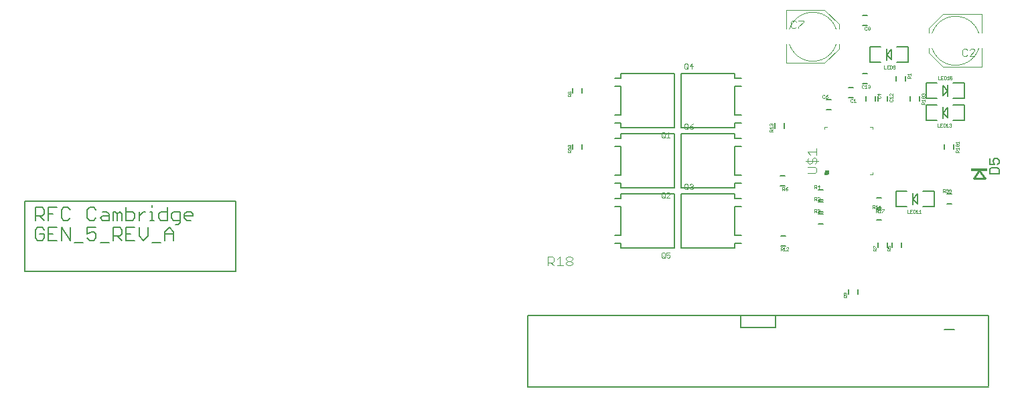
<source format=gto>
G75*
%MOIN*%
%OFA0B0*%
%FSLAX25Y25*%
%IPPOS*%
%LPD*%
%AMOC8*
5,1,8,0,0,1.08239X$1,22.5*
%
%ADD10C,0.00600*%
%ADD11C,0.00100*%
%ADD12C,0.00400*%
%ADD13C,0.00300*%
%ADD14C,0.01000*%
%ADD15C,0.00500*%
%ADD16R,0.08268X0.01181*%
%ADD17C,0.00800*%
%ADD18R,0.01969X0.01969*%
D10*
X0172970Y0078025D02*
X0177240Y0078025D01*
X0179415Y0080160D02*
X0180483Y0079093D01*
X0182618Y0079093D01*
X0183686Y0080160D01*
X0183686Y0082295D01*
X0182618Y0083363D01*
X0181550Y0083363D01*
X0179415Y0082295D01*
X0179415Y0085498D01*
X0183686Y0085498D01*
X0182618Y0089093D02*
X0183686Y0090160D01*
X0182618Y0089093D02*
X0180483Y0089093D01*
X0179415Y0090160D01*
X0179415Y0094430D01*
X0180483Y0095498D01*
X0182618Y0095498D01*
X0183686Y0094430D01*
X0186928Y0093363D02*
X0189064Y0093363D01*
X0190131Y0092295D01*
X0190131Y0089093D01*
X0186928Y0089093D01*
X0185861Y0090160D01*
X0186928Y0091228D01*
X0190131Y0091228D01*
X0192306Y0089093D02*
X0192306Y0093363D01*
X0193374Y0093363D01*
X0194441Y0092295D01*
X0195509Y0093363D01*
X0196577Y0092295D01*
X0196577Y0089093D01*
X0194441Y0089093D02*
X0194441Y0092295D01*
X0198752Y0093363D02*
X0201955Y0093363D01*
X0203022Y0092295D01*
X0203022Y0090160D01*
X0201955Y0089093D01*
X0198752Y0089093D01*
X0198752Y0095498D01*
X0205197Y0093363D02*
X0205197Y0089093D01*
X0205197Y0091228D02*
X0207332Y0093363D01*
X0208400Y0093363D01*
X0210569Y0093363D02*
X0211636Y0093363D01*
X0211636Y0089093D01*
X0210569Y0089093D02*
X0212704Y0089093D01*
X0214866Y0090160D02*
X0214866Y0092295D01*
X0215933Y0093363D01*
X0219136Y0093363D01*
X0219136Y0095498D02*
X0219136Y0089093D01*
X0215933Y0089093D01*
X0214866Y0090160D01*
X0221311Y0090160D02*
X0221311Y0092295D01*
X0222379Y0093363D01*
X0225581Y0093363D01*
X0225581Y0088025D01*
X0224514Y0086957D01*
X0223446Y0086957D01*
X0222379Y0089093D02*
X0225581Y0089093D01*
X0227757Y0090160D02*
X0227757Y0092295D01*
X0228824Y0093363D01*
X0230959Y0093363D01*
X0232027Y0092295D01*
X0232027Y0091228D01*
X0227757Y0091228D01*
X0227757Y0090160D02*
X0228824Y0089093D01*
X0230959Y0089093D01*
X0222379Y0089093D02*
X0221311Y0090160D01*
X0220223Y0085498D02*
X0222359Y0083363D01*
X0222359Y0079093D01*
X0222359Y0082295D02*
X0218088Y0082295D01*
X0218088Y0083363D02*
X0218088Y0079093D01*
X0215913Y0078025D02*
X0211643Y0078025D01*
X0209468Y0081228D02*
X0207332Y0079093D01*
X0205197Y0081228D01*
X0205197Y0085498D01*
X0203022Y0085498D02*
X0198752Y0085498D01*
X0198752Y0079093D01*
X0203022Y0079093D01*
X0200887Y0082295D02*
X0198752Y0082295D01*
X0196577Y0082295D02*
X0196577Y0084430D01*
X0195509Y0085498D01*
X0192306Y0085498D01*
X0192306Y0079093D01*
X0192306Y0081228D02*
X0195509Y0081228D01*
X0196577Y0082295D01*
X0194441Y0081228D02*
X0196577Y0079093D01*
X0190131Y0078025D02*
X0185861Y0078025D01*
X0170795Y0079093D02*
X0170795Y0085498D01*
X0166524Y0085498D02*
X0170795Y0079093D01*
X0166524Y0079093D02*
X0166524Y0085498D01*
X0164349Y0085498D02*
X0160079Y0085498D01*
X0160079Y0079093D01*
X0164349Y0079093D01*
X0162214Y0082295D02*
X0160079Y0082295D01*
X0157904Y0082295D02*
X0157904Y0080160D01*
X0156836Y0079093D01*
X0154701Y0079093D01*
X0153633Y0080160D01*
X0153633Y0084430D01*
X0154701Y0085498D01*
X0156836Y0085498D01*
X0157904Y0084430D01*
X0157904Y0082295D02*
X0155768Y0082295D01*
X0153633Y0089093D02*
X0153633Y0095498D01*
X0156836Y0095498D01*
X0157904Y0094430D01*
X0157904Y0092295D01*
X0156836Y0091228D01*
X0153633Y0091228D01*
X0155768Y0091228D02*
X0157904Y0089093D01*
X0160079Y0089093D02*
X0160079Y0095498D01*
X0164349Y0095498D01*
X0166524Y0094430D02*
X0166524Y0090160D01*
X0167592Y0089093D01*
X0169727Y0089093D01*
X0170795Y0090160D01*
X0162214Y0092295D02*
X0160079Y0092295D01*
X0166524Y0094430D02*
X0167592Y0095498D01*
X0169727Y0095498D01*
X0170795Y0094430D01*
X0209468Y0085498D02*
X0209468Y0081228D01*
X0218088Y0083363D02*
X0220223Y0085498D01*
X0211636Y0095498D02*
X0211636Y0096566D01*
X0420971Y0124611D02*
X0420971Y0126974D01*
X0425696Y0126974D02*
X0425696Y0124611D01*
X0425696Y0152611D02*
X0425696Y0154974D01*
X0420971Y0154974D02*
X0420971Y0152611D01*
X0521471Y0137474D02*
X0521471Y0135111D01*
X0526196Y0135111D02*
X0526196Y0137474D01*
X0547152Y0144430D02*
X0549514Y0144430D01*
X0549514Y0149155D02*
X0547152Y0149155D01*
X0558152Y0150430D02*
X0560514Y0150430D01*
X0566971Y0150974D02*
X0566971Y0148611D01*
X0571696Y0148611D02*
X0571696Y0150974D01*
X0572971Y0150974D02*
X0572971Y0148611D01*
X0577696Y0148611D02*
X0577696Y0150974D01*
X0588971Y0150974D02*
X0588971Y0148611D01*
X0593696Y0148611D02*
X0593696Y0150974D01*
X0586696Y0158611D02*
X0586696Y0160974D01*
X0581971Y0160974D02*
X0581971Y0158611D01*
X0567514Y0157430D02*
X0565152Y0157430D01*
X0560514Y0155155D02*
X0558152Y0155155D01*
X0565152Y0162155D02*
X0567514Y0162155D01*
X0567514Y0186430D02*
X0565152Y0186430D01*
X0565152Y0191155D02*
X0567514Y0191155D01*
X0605971Y0126974D02*
X0605971Y0124611D01*
X0610696Y0124611D02*
X0610696Y0126974D01*
X0545514Y0104155D02*
X0543152Y0104155D01*
X0543152Y0099430D02*
X0545514Y0099430D01*
X0545514Y0098155D02*
X0543152Y0098155D01*
X0543152Y0093430D02*
X0545514Y0093430D01*
X0545514Y0092155D02*
X0543152Y0092155D01*
X0543152Y0087430D02*
X0545514Y0087430D01*
X0527014Y0081155D02*
X0524652Y0081155D01*
X0524652Y0076430D02*
X0527014Y0076430D01*
X0572152Y0089430D02*
X0574514Y0089430D01*
X0574514Y0094155D02*
X0572152Y0094155D01*
X0572152Y0095430D02*
X0574514Y0095430D01*
X0574514Y0100155D02*
X0572152Y0100155D01*
X0607152Y0102155D02*
X0609514Y0102155D01*
X0609514Y0097430D02*
X0607152Y0097430D01*
X0584696Y0077974D02*
X0584696Y0075611D01*
X0579971Y0075611D02*
X0579971Y0077974D01*
X0577696Y0077974D02*
X0577696Y0075611D01*
X0572971Y0075611D02*
X0572971Y0077974D01*
X0562986Y0054695D02*
X0562986Y0052332D01*
X0558261Y0052332D02*
X0558261Y0054695D01*
X0526514Y0106430D02*
X0524152Y0106430D01*
X0524152Y0111155D02*
X0526514Y0111155D01*
D11*
X0526187Y0105494D02*
X0526438Y0105244D01*
X0526438Y0104743D01*
X0526187Y0104493D01*
X0525437Y0104493D01*
X0525937Y0104493D02*
X0526438Y0103993D01*
X0526910Y0104243D02*
X0527160Y0103993D01*
X0527661Y0103993D01*
X0527911Y0104243D01*
X0527911Y0104493D01*
X0527661Y0104743D01*
X0526910Y0104743D01*
X0526910Y0104243D01*
X0526910Y0104743D02*
X0527410Y0105244D01*
X0527911Y0105494D01*
X0526187Y0105494D02*
X0525437Y0105494D01*
X0525437Y0103993D01*
X0541383Y0105093D02*
X0541383Y0106594D01*
X0542134Y0106594D01*
X0542384Y0106344D01*
X0542384Y0105843D01*
X0542134Y0105593D01*
X0541383Y0105593D01*
X0541884Y0105593D02*
X0542384Y0105093D01*
X0542857Y0105843D02*
X0543857Y0105843D01*
X0543607Y0105093D02*
X0543607Y0106594D01*
X0542857Y0105843D01*
X0543107Y0100594D02*
X0542857Y0100344D01*
X0543107Y0100594D02*
X0543607Y0100594D01*
X0543857Y0100344D01*
X0543857Y0100093D01*
X0542857Y0099093D01*
X0543857Y0099093D01*
X0542384Y0099093D02*
X0541884Y0099593D01*
X0542134Y0099593D02*
X0541383Y0099593D01*
X0541383Y0099093D02*
X0541383Y0100594D01*
X0542134Y0100594D01*
X0542384Y0100344D01*
X0542384Y0099843D01*
X0542134Y0099593D01*
X0542134Y0094594D02*
X0542384Y0094344D01*
X0542384Y0093843D01*
X0542134Y0093593D01*
X0541383Y0093593D01*
X0541383Y0093093D02*
X0541383Y0094594D01*
X0542134Y0094594D01*
X0542857Y0094344D02*
X0543107Y0094594D01*
X0543607Y0094594D01*
X0543857Y0094344D01*
X0543857Y0094093D01*
X0543607Y0093843D01*
X0543857Y0093593D01*
X0543857Y0093343D01*
X0543607Y0093093D01*
X0543107Y0093093D01*
X0542857Y0093343D01*
X0542384Y0093093D02*
X0541884Y0093593D01*
X0543357Y0093843D02*
X0543607Y0093843D01*
X0570383Y0095093D02*
X0570383Y0096594D01*
X0571134Y0096594D01*
X0571384Y0096344D01*
X0571384Y0095843D01*
X0571134Y0095593D01*
X0570383Y0095593D01*
X0570884Y0095593D02*
X0571384Y0095093D01*
X0571857Y0095093D02*
X0572857Y0095093D01*
X0572357Y0095093D02*
X0572357Y0096594D01*
X0571857Y0096093D01*
X0573330Y0095843D02*
X0574080Y0095843D01*
X0574331Y0095593D01*
X0574331Y0095343D01*
X0574080Y0095093D01*
X0573580Y0095093D01*
X0573330Y0095343D01*
X0573330Y0095843D01*
X0573830Y0096344D01*
X0574331Y0096594D01*
X0573937Y0094494D02*
X0573937Y0092993D01*
X0573437Y0092993D02*
X0574438Y0092993D01*
X0574910Y0092993D02*
X0574910Y0093243D01*
X0575911Y0094244D01*
X0575911Y0094494D01*
X0574910Y0094494D01*
X0573937Y0094494D02*
X0573437Y0093993D01*
X0572964Y0093743D02*
X0572714Y0093493D01*
X0571964Y0093493D01*
X0572464Y0093493D02*
X0572964Y0092993D01*
X0572964Y0093743D02*
X0572964Y0094244D01*
X0572714Y0094494D01*
X0571964Y0094494D01*
X0571964Y0092993D01*
X0587517Y0092743D02*
X0588518Y0092743D01*
X0588990Y0092743D02*
X0589991Y0092743D01*
X0590464Y0092743D02*
X0591214Y0092743D01*
X0591464Y0092993D01*
X0591464Y0093994D01*
X0591214Y0094244D01*
X0590464Y0094244D01*
X0590464Y0092743D01*
X0589491Y0093493D02*
X0588990Y0093493D01*
X0588990Y0092743D02*
X0588990Y0094244D01*
X0589991Y0094244D01*
X0591937Y0093743D02*
X0592437Y0094244D01*
X0592437Y0092743D01*
X0591937Y0092743D02*
X0592938Y0092743D01*
X0593410Y0092743D02*
X0594411Y0092743D01*
X0593910Y0092743D02*
X0593910Y0094244D01*
X0593410Y0093743D01*
X0587517Y0094244D02*
X0587517Y0092743D01*
X0605383Y0103093D02*
X0605383Y0104594D01*
X0606134Y0104594D01*
X0606384Y0104344D01*
X0606384Y0103843D01*
X0606134Y0103593D01*
X0605383Y0103593D01*
X0605884Y0103593D02*
X0606384Y0103093D01*
X0606857Y0103343D02*
X0607107Y0103093D01*
X0607607Y0103093D01*
X0607857Y0103343D01*
X0607857Y0104344D01*
X0607607Y0104594D01*
X0607107Y0104594D01*
X0606857Y0104344D01*
X0606857Y0104093D01*
X0607107Y0103843D01*
X0607857Y0103843D01*
X0608330Y0104093D02*
X0608580Y0103843D01*
X0609331Y0103843D01*
X0609331Y0103343D02*
X0609331Y0104344D01*
X0609080Y0104594D01*
X0608580Y0104594D01*
X0608330Y0104344D01*
X0608330Y0104093D01*
X0608330Y0103343D02*
X0608580Y0103093D01*
X0609080Y0103093D01*
X0609331Y0103343D01*
X0611632Y0122949D02*
X0611632Y0123700D01*
X0611882Y0123950D01*
X0612383Y0123950D01*
X0612633Y0123700D01*
X0612633Y0122949D01*
X0613133Y0122949D02*
X0611632Y0122949D01*
X0612633Y0123450D02*
X0613133Y0123950D01*
X0613133Y0124423D02*
X0613133Y0125424D01*
X0613133Y0124923D02*
X0611632Y0124923D01*
X0612132Y0124423D01*
X0611882Y0125896D02*
X0611632Y0126146D01*
X0611632Y0126647D01*
X0611882Y0126897D01*
X0612883Y0125896D01*
X0613133Y0126146D01*
X0613133Y0126647D01*
X0612883Y0126897D01*
X0611882Y0126897D01*
X0612132Y0127369D02*
X0611632Y0127870D01*
X0613133Y0127870D01*
X0613133Y0128370D02*
X0613133Y0127369D01*
X0612883Y0125896D02*
X0611882Y0125896D01*
X0609161Y0135743D02*
X0608660Y0135743D01*
X0608410Y0135993D01*
X0607938Y0135743D02*
X0606937Y0135743D01*
X0607437Y0135743D02*
X0607437Y0137244D01*
X0606937Y0136743D01*
X0606464Y0136994D02*
X0606464Y0135993D01*
X0606214Y0135743D01*
X0605464Y0135743D01*
X0605464Y0137244D01*
X0606214Y0137244D01*
X0606464Y0136994D01*
X0604991Y0137244D02*
X0603990Y0137244D01*
X0603990Y0135743D01*
X0604991Y0135743D01*
X0604491Y0136493D02*
X0603990Y0136493D01*
X0603518Y0135743D02*
X0602517Y0135743D01*
X0602517Y0137244D01*
X0608410Y0136994D02*
X0608660Y0137244D01*
X0609161Y0137244D01*
X0609411Y0136994D01*
X0609411Y0136743D01*
X0609161Y0136493D01*
X0609411Y0136243D01*
X0609411Y0135993D01*
X0609161Y0135743D01*
X0609161Y0136493D02*
X0608910Y0136493D01*
X0596133Y0146949D02*
X0594632Y0146949D01*
X0594632Y0147700D01*
X0594882Y0147950D01*
X0595383Y0147950D01*
X0595633Y0147700D01*
X0595633Y0146949D01*
X0595633Y0147450D02*
X0596133Y0147950D01*
X0596133Y0148423D02*
X0596133Y0149424D01*
X0596133Y0148923D02*
X0594632Y0148923D01*
X0595132Y0148423D01*
X0594882Y0149896D02*
X0594632Y0150146D01*
X0594632Y0150647D01*
X0594882Y0150897D01*
X0595883Y0149896D01*
X0596133Y0150146D01*
X0596133Y0150647D01*
X0595883Y0150897D01*
X0594882Y0150897D01*
X0594882Y0151369D02*
X0594632Y0151619D01*
X0594632Y0152120D01*
X0594882Y0152370D01*
X0595132Y0152370D01*
X0595383Y0152120D01*
X0595633Y0152370D01*
X0595883Y0152370D01*
X0596133Y0152120D01*
X0596133Y0151619D01*
X0595883Y0151369D01*
X0595383Y0151870D02*
X0595383Y0152120D01*
X0595883Y0149896D02*
X0594882Y0149896D01*
X0580133Y0149896D02*
X0580133Y0150897D01*
X0580133Y0151369D02*
X0579132Y0152370D01*
X0578882Y0152370D01*
X0578632Y0152120D01*
X0578632Y0151619D01*
X0578882Y0151369D01*
X0578632Y0150396D02*
X0580133Y0150396D01*
X0580133Y0151369D02*
X0580133Y0152370D01*
X0578632Y0150396D02*
X0579132Y0149896D01*
X0578882Y0149424D02*
X0578632Y0149173D01*
X0578632Y0148673D01*
X0578882Y0148423D01*
X0579883Y0148423D01*
X0580133Y0148673D01*
X0580133Y0149173D01*
X0579883Y0149424D01*
X0574133Y0150146D02*
X0574133Y0150647D01*
X0573883Y0150897D01*
X0573383Y0151369D02*
X0573383Y0152370D01*
X0574133Y0152120D02*
X0572632Y0152120D01*
X0573383Y0151369D01*
X0572882Y0150897D02*
X0572632Y0150647D01*
X0572632Y0150146D01*
X0572882Y0149896D01*
X0573883Y0149896D01*
X0574133Y0150146D01*
X0568911Y0155243D02*
X0568661Y0154993D01*
X0568160Y0154993D01*
X0567910Y0155243D01*
X0567438Y0154993D02*
X0566437Y0154993D01*
X0566937Y0154993D02*
X0566937Y0156494D01*
X0566437Y0155993D01*
X0565964Y0156244D02*
X0565714Y0156494D01*
X0565214Y0156494D01*
X0564964Y0156244D01*
X0564964Y0155243D01*
X0565214Y0154993D01*
X0565714Y0154993D01*
X0565964Y0155243D01*
X0567910Y0156244D02*
X0568160Y0156494D01*
X0568661Y0156494D01*
X0568911Y0156244D01*
X0568911Y0155993D01*
X0568661Y0155743D01*
X0568911Y0155493D01*
X0568911Y0155243D01*
X0568661Y0155743D02*
X0568410Y0155743D01*
X0561410Y0149494D02*
X0561410Y0147993D01*
X0560910Y0147993D02*
X0561911Y0147993D01*
X0560910Y0148993D02*
X0561410Y0149494D01*
X0560438Y0149244D02*
X0560187Y0149494D01*
X0559687Y0149494D01*
X0559437Y0149244D01*
X0559437Y0148243D01*
X0559687Y0147993D01*
X0560187Y0147993D01*
X0560438Y0148243D01*
X0547857Y0150343D02*
X0547857Y0150593D01*
X0547607Y0150843D01*
X0546857Y0150843D01*
X0546857Y0150343D01*
X0547107Y0150093D01*
X0547607Y0150093D01*
X0547857Y0150343D01*
X0547357Y0151344D02*
X0546857Y0150843D01*
X0546384Y0150343D02*
X0546134Y0150093D01*
X0545634Y0150093D01*
X0545383Y0150343D01*
X0545383Y0151344D01*
X0545634Y0151594D01*
X0546134Y0151594D01*
X0546384Y0151344D01*
X0547357Y0151344D02*
X0547857Y0151594D01*
X0575990Y0164743D02*
X0576991Y0164743D01*
X0577464Y0164743D02*
X0578464Y0164743D01*
X0578937Y0164743D02*
X0578937Y0166244D01*
X0579687Y0166244D01*
X0579938Y0165994D01*
X0579938Y0164993D01*
X0579687Y0164743D01*
X0578937Y0164743D01*
X0577964Y0165493D02*
X0577464Y0165493D01*
X0577464Y0164743D02*
X0577464Y0166244D01*
X0578464Y0166244D01*
X0580410Y0165994D02*
X0580410Y0165743D01*
X0580660Y0165493D01*
X0581411Y0165493D01*
X0581411Y0164993D02*
X0581411Y0165994D01*
X0581161Y0166244D01*
X0580660Y0166244D01*
X0580410Y0165994D01*
X0580410Y0164993D02*
X0580660Y0164743D01*
X0581161Y0164743D01*
X0581411Y0164993D01*
X0575990Y0164743D02*
X0575990Y0166244D01*
X0587632Y0161870D02*
X0589133Y0161870D01*
X0589133Y0162370D02*
X0589133Y0161369D01*
X0589133Y0160897D02*
X0588633Y0160396D01*
X0588633Y0160647D02*
X0588633Y0159896D01*
X0589133Y0159896D02*
X0587632Y0159896D01*
X0587632Y0160647D01*
X0587882Y0160897D01*
X0588383Y0160897D01*
X0588633Y0160647D01*
X0588132Y0161369D02*
X0587632Y0161870D01*
X0602883Y0160844D02*
X0602883Y0159343D01*
X0603884Y0159343D01*
X0604357Y0159343D02*
X0605357Y0159343D01*
X0605830Y0159343D02*
X0606580Y0159343D01*
X0606831Y0159593D01*
X0606831Y0160594D01*
X0606580Y0160844D01*
X0605830Y0160844D01*
X0605830Y0159343D01*
X0604857Y0160093D02*
X0604357Y0160093D01*
X0604357Y0159343D02*
X0604357Y0160844D01*
X0605357Y0160844D01*
X0607303Y0160343D02*
X0607804Y0160844D01*
X0607804Y0159343D01*
X0608304Y0159343D02*
X0607303Y0159343D01*
X0608776Y0159593D02*
X0609027Y0159343D01*
X0609527Y0159343D01*
X0609777Y0159593D01*
X0609777Y0160093D01*
X0609527Y0160343D01*
X0609277Y0160343D01*
X0608776Y0160093D01*
X0608776Y0160844D01*
X0609777Y0160844D01*
X0568911Y0184243D02*
X0568661Y0183993D01*
X0568160Y0183993D01*
X0567910Y0184243D01*
X0567910Y0184493D01*
X0568160Y0184743D01*
X0568661Y0184743D01*
X0568911Y0184493D01*
X0568911Y0184243D01*
X0568661Y0184743D02*
X0568911Y0184993D01*
X0568911Y0185244D01*
X0568661Y0185494D01*
X0568160Y0185494D01*
X0567910Y0185244D01*
X0567910Y0184993D01*
X0568160Y0184743D01*
X0567438Y0184243D02*
X0567187Y0183993D01*
X0566687Y0183993D01*
X0566437Y0184243D01*
X0566437Y0185244D01*
X0566687Y0185494D01*
X0567187Y0185494D01*
X0567438Y0185244D01*
X0420033Y0153066D02*
X0420033Y0152566D01*
X0419783Y0152316D01*
X0419533Y0152316D01*
X0419283Y0152566D01*
X0419283Y0153066D01*
X0419533Y0153317D01*
X0419783Y0153317D01*
X0420033Y0153066D01*
X0419283Y0153066D02*
X0419032Y0153317D01*
X0418782Y0153317D01*
X0418532Y0153066D01*
X0418532Y0152566D01*
X0418782Y0152316D01*
X0419032Y0152316D01*
X0419283Y0152566D01*
X0419283Y0151843D02*
X0419533Y0151593D01*
X0419533Y0150843D01*
X0419533Y0151343D02*
X0420033Y0151843D01*
X0419283Y0151843D02*
X0418782Y0151843D01*
X0418532Y0151593D01*
X0418532Y0150843D01*
X0420033Y0150843D01*
X0419783Y0126790D02*
X0420033Y0126540D01*
X0420033Y0126039D01*
X0419783Y0125789D01*
X0418782Y0126790D01*
X0419783Y0126790D01*
X0418782Y0126790D02*
X0418532Y0126540D01*
X0418532Y0126039D01*
X0418782Y0125789D01*
X0419783Y0125789D01*
X0420033Y0125317D02*
X0420033Y0124316D01*
X0420033Y0123843D02*
X0419533Y0123343D01*
X0419533Y0123593D02*
X0419533Y0122843D01*
X0420033Y0122843D02*
X0418532Y0122843D01*
X0418532Y0123593D01*
X0418782Y0123843D01*
X0419283Y0123843D01*
X0419533Y0123593D01*
X0419032Y0124316D02*
X0418532Y0124816D01*
X0420033Y0124816D01*
X0519032Y0133343D02*
X0519032Y0134093D01*
X0519282Y0134343D01*
X0519783Y0134343D01*
X0520033Y0134093D01*
X0520033Y0133343D01*
X0520033Y0133843D02*
X0520533Y0134343D01*
X0520533Y0134816D02*
X0520533Y0135817D01*
X0520533Y0135316D02*
X0519032Y0135316D01*
X0519532Y0134816D01*
X0519282Y0136289D02*
X0519032Y0136539D01*
X0519032Y0137040D01*
X0519282Y0137290D01*
X0519532Y0137290D01*
X0519783Y0137040D01*
X0520033Y0137290D01*
X0520283Y0137290D01*
X0520533Y0137040D01*
X0520533Y0136539D01*
X0520283Y0136289D01*
X0519783Y0136789D02*
X0519783Y0137040D01*
X0520533Y0133343D02*
X0519032Y0133343D01*
X0524464Y0075494D02*
X0525214Y0075494D01*
X0525464Y0075244D01*
X0525464Y0074743D01*
X0525214Y0074493D01*
X0524464Y0074493D01*
X0524964Y0074493D02*
X0525464Y0073993D01*
X0525937Y0073993D02*
X0526938Y0073993D01*
X0527410Y0073993D02*
X0528411Y0074993D01*
X0528411Y0075244D01*
X0528161Y0075494D01*
X0527660Y0075494D01*
X0527410Y0075244D01*
X0526437Y0075494D02*
X0526437Y0073993D01*
X0527410Y0073993D02*
X0528411Y0073993D01*
X0526437Y0075494D02*
X0525937Y0074993D01*
X0524464Y0075494D02*
X0524464Y0073993D01*
X0570532Y0073843D02*
X0570532Y0074593D01*
X0570782Y0074843D01*
X0571283Y0074843D01*
X0571533Y0074593D01*
X0571533Y0073843D01*
X0571533Y0074343D02*
X0572033Y0074843D01*
X0572033Y0075316D02*
X0571783Y0075316D01*
X0570782Y0076317D01*
X0570532Y0076317D01*
X0570532Y0075316D01*
X0570532Y0073843D02*
X0572033Y0073843D01*
X0577532Y0073843D02*
X0577532Y0074593D01*
X0577782Y0074843D01*
X0578283Y0074843D01*
X0578533Y0074593D01*
X0578533Y0073843D01*
X0578533Y0074343D02*
X0579033Y0074843D01*
X0578783Y0075316D02*
X0579033Y0075566D01*
X0579033Y0076066D01*
X0578783Y0076317D01*
X0578283Y0076317D01*
X0578032Y0076066D01*
X0578032Y0075816D01*
X0578283Y0075316D01*
X0577532Y0075316D01*
X0577532Y0076317D01*
X0577532Y0073843D02*
X0579033Y0073843D01*
X0557323Y0052787D02*
X0557073Y0053038D01*
X0556072Y0053038D01*
X0555822Y0052787D01*
X0555822Y0052287D01*
X0556072Y0052037D01*
X0556323Y0052037D01*
X0556573Y0052287D01*
X0556573Y0053038D01*
X0557323Y0052787D02*
X0557323Y0052287D01*
X0557073Y0052037D01*
X0557323Y0051564D02*
X0556823Y0051064D01*
X0556823Y0051314D02*
X0556823Y0050564D01*
X0557323Y0050564D02*
X0555822Y0050564D01*
X0555822Y0051314D01*
X0556072Y0051564D01*
X0556573Y0051564D01*
X0556823Y0051314D01*
D12*
X0420810Y0067260D02*
X0420043Y0066493D01*
X0418508Y0066493D01*
X0417741Y0067260D01*
X0417741Y0068027D01*
X0418508Y0068794D01*
X0420043Y0068794D01*
X0420810Y0068027D01*
X0420810Y0067260D01*
X0420043Y0068794D02*
X0420810Y0069562D01*
X0420810Y0070329D01*
X0420043Y0071096D01*
X0418508Y0071096D01*
X0417741Y0070329D01*
X0417741Y0069562D01*
X0418508Y0068794D01*
X0416207Y0066493D02*
X0413137Y0066493D01*
X0411603Y0066493D02*
X0410068Y0068027D01*
X0410835Y0068027D02*
X0408533Y0068027D01*
X0408533Y0066493D02*
X0408533Y0071096D01*
X0410835Y0071096D01*
X0411603Y0070329D01*
X0411603Y0068794D01*
X0410835Y0068027D01*
X0413137Y0069562D02*
X0414672Y0071096D01*
X0414672Y0066493D01*
X0537821Y0112575D02*
X0541657Y0112575D01*
X0542425Y0113343D01*
X0542425Y0114877D01*
X0541657Y0115644D01*
X0537821Y0115644D01*
X0538588Y0117179D02*
X0537821Y0117946D01*
X0537821Y0119481D01*
X0538588Y0120248D01*
X0540123Y0119481D02*
X0540123Y0117946D01*
X0539355Y0117179D01*
X0538588Y0117179D01*
X0537053Y0118714D02*
X0543192Y0118714D01*
X0542425Y0119481D02*
X0542425Y0117946D01*
X0541657Y0117179D01*
X0542425Y0119481D02*
X0541657Y0120248D01*
X0540890Y0120248D01*
X0540123Y0119481D01*
X0539355Y0121783D02*
X0537821Y0123318D01*
X0542425Y0123318D01*
X0542425Y0124852D02*
X0542425Y0121783D01*
X0546424Y0113064D02*
X0546424Y0111883D01*
X0547605Y0111883D01*
X0569062Y0111883D02*
X0570243Y0111883D01*
X0570243Y0113064D01*
X0570243Y0134521D02*
X0570243Y0135702D01*
X0569062Y0135702D01*
X0547605Y0135702D02*
X0546424Y0135702D01*
X0546424Y0134521D01*
X0598144Y0172690D02*
X0605231Y0165604D01*
X0624522Y0165604D01*
X0624522Y0175052D01*
X0622948Y0182533D02*
X0622853Y0182816D01*
X0622751Y0183097D01*
X0622642Y0183374D01*
X0622527Y0183650D01*
X0622405Y0183922D01*
X0622276Y0184191D01*
X0622141Y0184457D01*
X0621999Y0184719D01*
X0621851Y0184978D01*
X0621697Y0185234D01*
X0621536Y0185485D01*
X0621369Y0185733D01*
X0621197Y0185976D01*
X0621018Y0186215D01*
X0620834Y0186450D01*
X0620644Y0186680D01*
X0620448Y0186905D01*
X0620247Y0187125D01*
X0620041Y0187341D01*
X0619829Y0187551D01*
X0619613Y0187756D01*
X0619391Y0187956D01*
X0619164Y0188150D01*
X0618933Y0188339D01*
X0618698Y0188522D01*
X0618458Y0188699D01*
X0618213Y0188870D01*
X0617965Y0189035D01*
X0617712Y0189194D01*
X0617456Y0189347D01*
X0617196Y0189494D01*
X0616933Y0189634D01*
X0616666Y0189768D01*
X0616396Y0189895D01*
X0616123Y0190015D01*
X0615848Y0190129D01*
X0615569Y0190236D01*
X0615288Y0190336D01*
X0615005Y0190429D01*
X0614719Y0190516D01*
X0614431Y0190595D01*
X0614142Y0190667D01*
X0613851Y0190732D01*
X0613558Y0190790D01*
X0613264Y0190841D01*
X0612969Y0190885D01*
X0612673Y0190921D01*
X0612376Y0190950D01*
X0612078Y0190972D01*
X0611780Y0190987D01*
X0611482Y0190994D01*
X0611184Y0190994D01*
X0610886Y0190987D01*
X0610588Y0190972D01*
X0610290Y0190950D01*
X0609993Y0190921D01*
X0609697Y0190885D01*
X0609402Y0190841D01*
X0609108Y0190790D01*
X0608815Y0190732D01*
X0608524Y0190667D01*
X0608235Y0190595D01*
X0607947Y0190516D01*
X0607661Y0190429D01*
X0607378Y0190336D01*
X0607097Y0190236D01*
X0606818Y0190129D01*
X0606543Y0190015D01*
X0606270Y0189895D01*
X0606000Y0189768D01*
X0605733Y0189634D01*
X0605470Y0189494D01*
X0605210Y0189347D01*
X0604954Y0189194D01*
X0604701Y0189035D01*
X0604453Y0188870D01*
X0604208Y0188699D01*
X0603968Y0188522D01*
X0603733Y0188339D01*
X0603502Y0188150D01*
X0603275Y0187956D01*
X0603053Y0187756D01*
X0602837Y0187551D01*
X0602625Y0187341D01*
X0602419Y0187125D01*
X0602218Y0186905D01*
X0602022Y0186680D01*
X0601832Y0186450D01*
X0601648Y0186215D01*
X0601469Y0185976D01*
X0601297Y0185733D01*
X0601130Y0185485D01*
X0600969Y0185234D01*
X0600815Y0184978D01*
X0600667Y0184719D01*
X0600525Y0184457D01*
X0600390Y0184191D01*
X0600261Y0183922D01*
X0600139Y0183650D01*
X0600024Y0183374D01*
X0599915Y0183097D01*
X0599813Y0182816D01*
X0599718Y0182533D01*
X0598144Y0182533D02*
X0598144Y0184895D01*
X0605231Y0191981D01*
X0624522Y0191981D01*
X0624522Y0182533D01*
X0622948Y0175053D02*
X0622853Y0174770D01*
X0622751Y0174489D01*
X0622642Y0174212D01*
X0622527Y0173936D01*
X0622405Y0173664D01*
X0622276Y0173395D01*
X0622141Y0173129D01*
X0621999Y0172867D01*
X0621851Y0172608D01*
X0621697Y0172352D01*
X0621536Y0172101D01*
X0621369Y0171853D01*
X0621197Y0171610D01*
X0621018Y0171371D01*
X0620834Y0171136D01*
X0620644Y0170906D01*
X0620448Y0170681D01*
X0620247Y0170461D01*
X0620041Y0170245D01*
X0619829Y0170035D01*
X0619613Y0169830D01*
X0619391Y0169630D01*
X0619164Y0169436D01*
X0618933Y0169247D01*
X0618698Y0169064D01*
X0618458Y0168887D01*
X0618213Y0168716D01*
X0617965Y0168551D01*
X0617712Y0168392D01*
X0617456Y0168239D01*
X0617196Y0168092D01*
X0616933Y0167952D01*
X0616666Y0167818D01*
X0616396Y0167691D01*
X0616123Y0167571D01*
X0615848Y0167457D01*
X0615569Y0167350D01*
X0615288Y0167250D01*
X0615005Y0167157D01*
X0614719Y0167070D01*
X0614431Y0166991D01*
X0614142Y0166919D01*
X0613851Y0166854D01*
X0613558Y0166796D01*
X0613264Y0166745D01*
X0612969Y0166701D01*
X0612673Y0166665D01*
X0612376Y0166636D01*
X0612078Y0166614D01*
X0611780Y0166599D01*
X0611482Y0166592D01*
X0611184Y0166592D01*
X0610886Y0166599D01*
X0610588Y0166614D01*
X0610290Y0166636D01*
X0609993Y0166665D01*
X0609697Y0166701D01*
X0609402Y0166745D01*
X0609108Y0166796D01*
X0608815Y0166854D01*
X0608524Y0166919D01*
X0608235Y0166991D01*
X0607947Y0167070D01*
X0607661Y0167157D01*
X0607378Y0167250D01*
X0607097Y0167350D01*
X0606818Y0167457D01*
X0606543Y0167571D01*
X0606270Y0167691D01*
X0606000Y0167818D01*
X0605733Y0167952D01*
X0605470Y0168092D01*
X0605210Y0168239D01*
X0604954Y0168392D01*
X0604701Y0168551D01*
X0604453Y0168716D01*
X0604208Y0168887D01*
X0603968Y0169064D01*
X0603733Y0169247D01*
X0603502Y0169436D01*
X0603275Y0169630D01*
X0603053Y0169830D01*
X0602837Y0170035D01*
X0602625Y0170245D01*
X0602419Y0170461D01*
X0602218Y0170681D01*
X0602022Y0170906D01*
X0601832Y0171136D01*
X0601648Y0171371D01*
X0601469Y0171610D01*
X0601297Y0171853D01*
X0601130Y0172101D01*
X0600969Y0172352D01*
X0600815Y0172608D01*
X0600667Y0172867D01*
X0600525Y0173129D01*
X0600390Y0173395D01*
X0600261Y0173664D01*
X0600139Y0173936D01*
X0600024Y0174212D01*
X0599915Y0174489D01*
X0599813Y0174770D01*
X0599718Y0175053D01*
X0598144Y0175052D02*
X0598144Y0172690D01*
X0553522Y0174690D02*
X0546436Y0167604D01*
X0527144Y0167604D01*
X0527144Y0177052D01*
X0528718Y0177053D02*
X0528813Y0176770D01*
X0528915Y0176489D01*
X0529024Y0176212D01*
X0529139Y0175936D01*
X0529261Y0175664D01*
X0529390Y0175395D01*
X0529525Y0175129D01*
X0529667Y0174867D01*
X0529815Y0174608D01*
X0529969Y0174352D01*
X0530130Y0174101D01*
X0530297Y0173853D01*
X0530469Y0173610D01*
X0530648Y0173371D01*
X0530832Y0173136D01*
X0531022Y0172906D01*
X0531218Y0172681D01*
X0531419Y0172461D01*
X0531625Y0172245D01*
X0531837Y0172035D01*
X0532053Y0171830D01*
X0532275Y0171630D01*
X0532502Y0171436D01*
X0532733Y0171247D01*
X0532968Y0171064D01*
X0533208Y0170887D01*
X0533453Y0170716D01*
X0533701Y0170551D01*
X0533954Y0170392D01*
X0534210Y0170239D01*
X0534470Y0170092D01*
X0534733Y0169952D01*
X0535000Y0169818D01*
X0535270Y0169691D01*
X0535543Y0169571D01*
X0535818Y0169457D01*
X0536097Y0169350D01*
X0536378Y0169250D01*
X0536661Y0169157D01*
X0536947Y0169070D01*
X0537235Y0168991D01*
X0537524Y0168919D01*
X0537815Y0168854D01*
X0538108Y0168796D01*
X0538402Y0168745D01*
X0538697Y0168701D01*
X0538993Y0168665D01*
X0539290Y0168636D01*
X0539588Y0168614D01*
X0539886Y0168599D01*
X0540184Y0168592D01*
X0540482Y0168592D01*
X0540780Y0168599D01*
X0541078Y0168614D01*
X0541376Y0168636D01*
X0541673Y0168665D01*
X0541969Y0168701D01*
X0542264Y0168745D01*
X0542558Y0168796D01*
X0542851Y0168854D01*
X0543142Y0168919D01*
X0543431Y0168991D01*
X0543719Y0169070D01*
X0544005Y0169157D01*
X0544288Y0169250D01*
X0544569Y0169350D01*
X0544848Y0169457D01*
X0545123Y0169571D01*
X0545396Y0169691D01*
X0545666Y0169818D01*
X0545933Y0169952D01*
X0546196Y0170092D01*
X0546456Y0170239D01*
X0546712Y0170392D01*
X0546965Y0170551D01*
X0547213Y0170716D01*
X0547458Y0170887D01*
X0547698Y0171064D01*
X0547933Y0171247D01*
X0548164Y0171436D01*
X0548391Y0171630D01*
X0548613Y0171830D01*
X0548829Y0172035D01*
X0549041Y0172245D01*
X0549247Y0172461D01*
X0549448Y0172681D01*
X0549644Y0172906D01*
X0549834Y0173136D01*
X0550018Y0173371D01*
X0550197Y0173610D01*
X0550369Y0173853D01*
X0550536Y0174101D01*
X0550697Y0174352D01*
X0550851Y0174608D01*
X0550999Y0174867D01*
X0551141Y0175129D01*
X0551276Y0175395D01*
X0551405Y0175664D01*
X0551527Y0175936D01*
X0551642Y0176212D01*
X0551751Y0176489D01*
X0551853Y0176770D01*
X0551948Y0177053D01*
X0553522Y0177052D02*
X0553522Y0174690D01*
X0551948Y0184533D02*
X0551853Y0184816D01*
X0551751Y0185097D01*
X0551642Y0185374D01*
X0551527Y0185650D01*
X0551405Y0185922D01*
X0551276Y0186191D01*
X0551141Y0186457D01*
X0550999Y0186719D01*
X0550851Y0186978D01*
X0550697Y0187234D01*
X0550536Y0187485D01*
X0550369Y0187733D01*
X0550197Y0187976D01*
X0550018Y0188215D01*
X0549834Y0188450D01*
X0549644Y0188680D01*
X0549448Y0188905D01*
X0549247Y0189125D01*
X0549041Y0189341D01*
X0548829Y0189551D01*
X0548613Y0189756D01*
X0548391Y0189956D01*
X0548164Y0190150D01*
X0547933Y0190339D01*
X0547698Y0190522D01*
X0547458Y0190699D01*
X0547213Y0190870D01*
X0546965Y0191035D01*
X0546712Y0191194D01*
X0546456Y0191347D01*
X0546196Y0191494D01*
X0545933Y0191634D01*
X0545666Y0191768D01*
X0545396Y0191895D01*
X0545123Y0192015D01*
X0544848Y0192129D01*
X0544569Y0192236D01*
X0544288Y0192336D01*
X0544005Y0192429D01*
X0543719Y0192516D01*
X0543431Y0192595D01*
X0543142Y0192667D01*
X0542851Y0192732D01*
X0542558Y0192790D01*
X0542264Y0192841D01*
X0541969Y0192885D01*
X0541673Y0192921D01*
X0541376Y0192950D01*
X0541078Y0192972D01*
X0540780Y0192987D01*
X0540482Y0192994D01*
X0540184Y0192994D01*
X0539886Y0192987D01*
X0539588Y0192972D01*
X0539290Y0192950D01*
X0538993Y0192921D01*
X0538697Y0192885D01*
X0538402Y0192841D01*
X0538108Y0192790D01*
X0537815Y0192732D01*
X0537524Y0192667D01*
X0537235Y0192595D01*
X0536947Y0192516D01*
X0536661Y0192429D01*
X0536378Y0192336D01*
X0536097Y0192236D01*
X0535818Y0192129D01*
X0535543Y0192015D01*
X0535270Y0191895D01*
X0535000Y0191768D01*
X0534733Y0191634D01*
X0534470Y0191494D01*
X0534210Y0191347D01*
X0533954Y0191194D01*
X0533701Y0191035D01*
X0533453Y0190870D01*
X0533208Y0190699D01*
X0532968Y0190522D01*
X0532733Y0190339D01*
X0532502Y0190150D01*
X0532275Y0189956D01*
X0532053Y0189756D01*
X0531837Y0189551D01*
X0531625Y0189341D01*
X0531419Y0189125D01*
X0531218Y0188905D01*
X0531022Y0188680D01*
X0530832Y0188450D01*
X0530648Y0188215D01*
X0530469Y0187976D01*
X0530297Y0187733D01*
X0530130Y0187485D01*
X0529969Y0187234D01*
X0529815Y0186978D01*
X0529667Y0186719D01*
X0529525Y0186457D01*
X0529390Y0186191D01*
X0529261Y0185922D01*
X0529139Y0185650D01*
X0529024Y0185374D01*
X0528915Y0185097D01*
X0528813Y0184816D01*
X0528718Y0184533D01*
X0527144Y0184533D02*
X0527144Y0193981D01*
X0546436Y0193981D01*
X0553522Y0186895D01*
X0553522Y0184533D01*
D13*
X0535808Y0187965D02*
X0533340Y0185497D01*
X0533340Y0184880D01*
X0532125Y0185497D02*
X0531508Y0184880D01*
X0530274Y0184880D01*
X0529657Y0185497D01*
X0529657Y0187965D01*
X0530274Y0188583D01*
X0531508Y0188583D01*
X0532125Y0187965D01*
X0533340Y0188583D02*
X0535808Y0188583D01*
X0535808Y0187965D01*
X0480439Y0167149D02*
X0479210Y0165920D01*
X0480849Y0165920D01*
X0480439Y0164691D02*
X0480439Y0167149D01*
X0478311Y0166739D02*
X0477901Y0167149D01*
X0477082Y0167149D01*
X0476672Y0166739D01*
X0476672Y0165100D01*
X0477082Y0164691D01*
X0477901Y0164691D01*
X0478311Y0165100D01*
X0478311Y0166739D01*
X0477492Y0165510D02*
X0478311Y0164691D01*
X0477901Y0137149D02*
X0478311Y0136739D01*
X0478311Y0135100D01*
X0477901Y0134691D01*
X0477082Y0134691D01*
X0476672Y0135100D01*
X0476672Y0136739D01*
X0477082Y0137149D01*
X0477901Y0137149D01*
X0477492Y0135510D02*
X0478311Y0134691D01*
X0479210Y0135100D02*
X0479620Y0134691D01*
X0480439Y0134691D01*
X0480849Y0135100D01*
X0480849Y0135510D01*
X0480439Y0135920D01*
X0479210Y0135920D01*
X0479210Y0135100D01*
X0479210Y0135920D02*
X0480029Y0136739D01*
X0480849Y0137149D01*
X0468576Y0132897D02*
X0468576Y0130439D01*
X0467757Y0130439D02*
X0469395Y0130439D01*
X0467757Y0132077D02*
X0468576Y0132897D01*
X0466858Y0132487D02*
X0466448Y0132897D01*
X0465629Y0132897D01*
X0465219Y0132487D01*
X0465219Y0130848D01*
X0465629Y0130439D01*
X0466448Y0130439D01*
X0466858Y0130848D01*
X0466858Y0132487D01*
X0466038Y0131258D02*
X0466858Y0130439D01*
X0477082Y0107149D02*
X0476672Y0106739D01*
X0476672Y0105100D01*
X0477082Y0104691D01*
X0477901Y0104691D01*
X0478311Y0105100D01*
X0478311Y0106739D01*
X0477901Y0107149D01*
X0477082Y0107149D01*
X0477492Y0105510D02*
X0478311Y0104691D01*
X0479210Y0105100D02*
X0479620Y0104691D01*
X0480439Y0104691D01*
X0480849Y0105100D01*
X0480849Y0105510D01*
X0480439Y0105920D01*
X0480029Y0105920D01*
X0480439Y0105920D02*
X0480849Y0106329D01*
X0480849Y0106739D01*
X0480439Y0107149D01*
X0479620Y0107149D01*
X0479210Y0106739D01*
X0469395Y0102487D02*
X0468986Y0102897D01*
X0468166Y0102897D01*
X0467757Y0102487D01*
X0466858Y0102487D02*
X0466858Y0100848D01*
X0466448Y0100439D01*
X0465629Y0100439D01*
X0465219Y0100848D01*
X0465219Y0102487D01*
X0465629Y0102897D01*
X0466448Y0102897D01*
X0466858Y0102487D01*
X0466038Y0101258D02*
X0466858Y0100439D01*
X0467757Y0100439D02*
X0469395Y0102077D01*
X0469395Y0102487D01*
X0469395Y0100439D02*
X0467757Y0100439D01*
X0467757Y0072897D02*
X0467757Y0071668D01*
X0468576Y0072077D01*
X0468986Y0072077D01*
X0469395Y0071668D01*
X0469395Y0070848D01*
X0468986Y0070439D01*
X0468166Y0070439D01*
X0467757Y0070848D01*
X0466858Y0070848D02*
X0466448Y0070439D01*
X0465629Y0070439D01*
X0465219Y0070848D01*
X0465219Y0072487D01*
X0465629Y0072897D01*
X0466448Y0072897D01*
X0466858Y0072487D01*
X0466858Y0070848D01*
X0466858Y0070439D02*
X0466038Y0071258D01*
X0467757Y0072897D02*
X0469395Y0072897D01*
X0614944Y0171623D02*
X0615561Y0171006D01*
X0616795Y0171006D01*
X0617413Y0171623D01*
X0618627Y0171006D02*
X0621096Y0173474D01*
X0621096Y0174091D01*
X0620479Y0174709D01*
X0619244Y0174709D01*
X0618627Y0174091D01*
X0617413Y0174091D02*
X0616795Y0174709D01*
X0615561Y0174709D01*
X0614944Y0174091D01*
X0614944Y0171623D01*
X0618627Y0171006D02*
X0621096Y0171006D01*
D14*
X0623333Y0113942D02*
X0620577Y0109808D01*
X0626286Y0109808D01*
X0623333Y0113942D01*
D15*
X0253333Y0063793D02*
X0148333Y0063793D01*
X0148333Y0098793D01*
X0253333Y0098793D01*
X0253333Y0063793D01*
X0441798Y0077769D02*
X0444948Y0077769D01*
X0444948Y0075407D01*
X0471719Y0075407D01*
X0471719Y0102178D01*
X0444948Y0102178D01*
X0444948Y0099816D01*
X0441798Y0099816D01*
X0441798Y0095879D02*
X0444948Y0095879D01*
X0444948Y0081706D01*
X0441798Y0081706D01*
X0474948Y0075407D02*
X0474948Y0102178D01*
X0501719Y0102178D01*
X0501719Y0099816D01*
X0504869Y0099816D01*
X0504869Y0095879D02*
X0501719Y0095879D01*
X0501719Y0081706D01*
X0504869Y0081706D01*
X0504869Y0077769D02*
X0501719Y0077769D01*
X0501719Y0075407D01*
X0474948Y0075407D01*
X0474948Y0105407D02*
X0474948Y0132178D01*
X0501719Y0132178D01*
X0501719Y0129816D01*
X0504869Y0129816D01*
X0504869Y0125879D02*
X0501719Y0125879D01*
X0501719Y0111706D01*
X0504869Y0111706D01*
X0504869Y0107769D02*
X0501719Y0107769D01*
X0501719Y0105407D01*
X0474948Y0105407D01*
X0471719Y0105407D02*
X0444948Y0105407D01*
X0444948Y0107769D01*
X0441798Y0107769D01*
X0441798Y0111706D02*
X0444948Y0111706D01*
X0444948Y0125879D01*
X0441798Y0125879D01*
X0441798Y0129816D02*
X0444948Y0129816D01*
X0444948Y0132178D01*
X0471719Y0132178D01*
X0471719Y0105407D01*
X0471719Y0135407D02*
X0444948Y0135407D01*
X0444948Y0137769D01*
X0441798Y0137769D01*
X0441798Y0141706D02*
X0444948Y0141706D01*
X0444948Y0155879D01*
X0441798Y0155879D01*
X0441798Y0159816D02*
X0444948Y0159816D01*
X0444948Y0162178D01*
X0471719Y0162178D01*
X0471719Y0135407D01*
X0474948Y0135407D02*
X0474948Y0162178D01*
X0501719Y0162178D01*
X0501719Y0159816D01*
X0504869Y0159816D01*
X0504869Y0155879D02*
X0501719Y0155879D01*
X0501719Y0141706D01*
X0504869Y0141706D01*
X0504869Y0137769D02*
X0501719Y0137769D01*
X0501719Y0135407D01*
X0474948Y0135407D01*
X0628642Y0119835D02*
X0628642Y0116832D01*
X0630894Y0116832D01*
X0630144Y0118334D01*
X0630144Y0119084D01*
X0630894Y0119835D01*
X0632396Y0119835D01*
X0633146Y0119084D01*
X0633146Y0117583D01*
X0632396Y0116832D01*
X0632396Y0115231D02*
X0629393Y0115231D01*
X0628642Y0114480D01*
X0628642Y0112228D01*
X0633146Y0112228D01*
X0633146Y0114480D01*
X0632396Y0115231D01*
D16*
X0623333Y0114139D03*
D17*
X0600782Y0103730D02*
X0595270Y0103730D01*
X0592514Y0102155D02*
X0590152Y0099793D01*
X0592514Y0097430D01*
X0592514Y0102155D01*
X0590152Y0102548D02*
X0590152Y0099793D01*
X0590152Y0097037D01*
X0587396Y0095856D02*
X0581885Y0095856D01*
X0581885Y0103730D01*
X0587396Y0103730D01*
X0600782Y0103730D02*
X0600782Y0095856D01*
X0595270Y0095856D01*
X0596885Y0138856D02*
X0596885Y0146730D01*
X0602396Y0146730D01*
X0605152Y0145548D02*
X0605152Y0142793D01*
X0607514Y0145155D01*
X0607514Y0140430D01*
X0605152Y0142793D01*
X0605152Y0140037D01*
X0602396Y0138856D02*
X0596885Y0138856D01*
X0610270Y0138856D02*
X0615782Y0138856D01*
X0615782Y0146730D01*
X0610270Y0146730D01*
X0610270Y0149856D02*
X0615782Y0149856D01*
X0615782Y0157730D01*
X0610270Y0157730D01*
X0607514Y0156548D02*
X0607514Y0153793D01*
X0605152Y0151430D01*
X0605152Y0156155D01*
X0607514Y0153793D01*
X0607514Y0151037D01*
X0602396Y0149856D02*
X0596885Y0149856D01*
X0596885Y0157730D01*
X0602396Y0157730D01*
X0587782Y0167856D02*
X0582270Y0167856D01*
X0579514Y0169430D02*
X0579514Y0174155D01*
X0577152Y0171793D01*
X0579514Y0169430D01*
X0577152Y0169037D02*
X0577152Y0171793D01*
X0577152Y0174548D01*
X0574396Y0175730D02*
X0568885Y0175730D01*
X0568885Y0167856D01*
X0574396Y0167856D01*
X0587782Y0167856D02*
X0587782Y0175730D01*
X0582270Y0175730D01*
X0628097Y0041509D02*
X0398570Y0041509D01*
X0398570Y0006076D01*
X0628097Y0006076D01*
X0628097Y0006470D02*
X0628097Y0041509D01*
X0610833Y0034718D02*
X0605833Y0034718D01*
X0521995Y0035604D02*
X0504672Y0035604D01*
X0504672Y0041509D01*
X0521995Y0041509D02*
X0521995Y0035604D01*
D18*
X0547507Y0112966D03*
M02*

</source>
